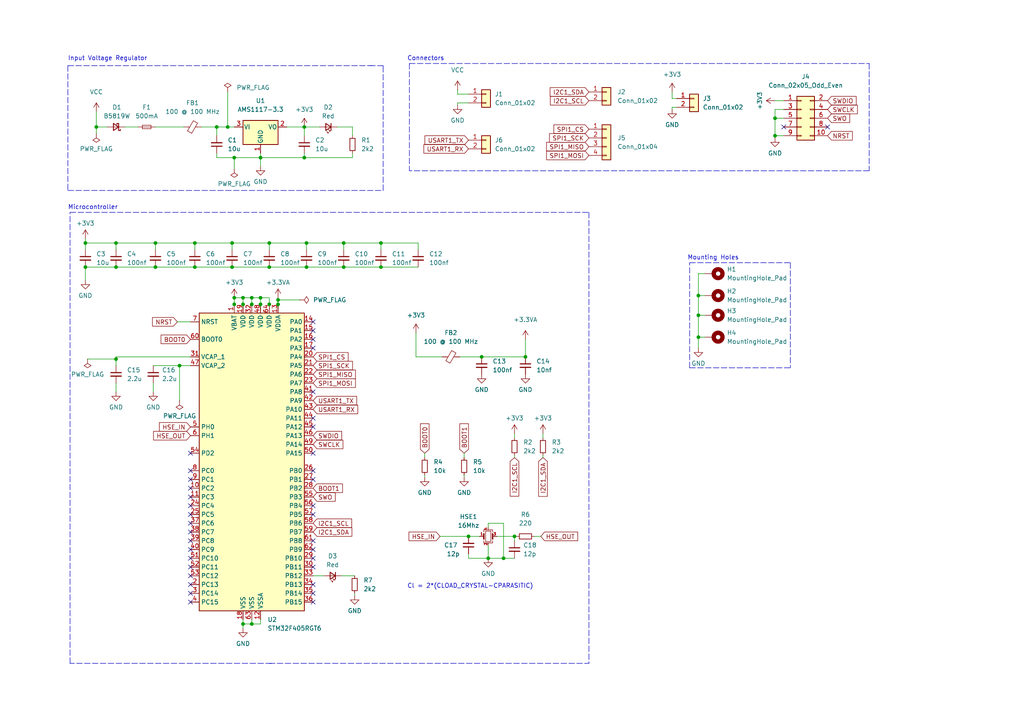
<source format=kicad_sch>
(kicad_sch (version 20211123) (generator eeschema)
  (paper "A4")
  (lib_symbols
    (symbol "Connector_Generic:Conn_01x02" (pin_names (offset 1.016) hide)
      (property "Reference" "J" (at 0 2.54 0))
      (property "Value" "Conn_01x02" (at 0 -5.08 0))
      (symbol "Conn_01x02_1_1"
        (rectangle (start -1.27 -2.413) (end 0 -2.667) (stroke (width 0.1524)))
        (rectangle (start -1.27 0.127) (end 0 -0.127) (stroke (width 0.1524)))
        (rectangle (start -1.27 1.27) (end 1.27 -3.81) (stroke (width 0.254)) (fill (type background)))
        (pin passive line (at -5.08 0 0) (length 3.81) (name "Pin_1") (number "1"))
        (pin passive line (at -5.08 -2.54 0) (length 3.81) (name "Pin_2") (number "2"))
      )
    )
    (symbol "Connector_Generic:Conn_01x04" (pin_names (offset 1.016) hide)
      (property "Reference" "J" (at 0 5.08 0))
      (property "Value" "Conn_01x04" (at 0 -7.62 0))
      (symbol "Conn_01x04_1_1"
        (rectangle (start -1.27 -4.953) (end 0 -5.207) (stroke (width 0.1524)))
        (rectangle (start -1.27 -2.413) (end 0 -2.667) (stroke (width 0.1524)))
        (rectangle (start -1.27 0.127) (end 0 -0.127) (stroke (width 0.1524)))
        (rectangle (start -1.27 2.667) (end 0 2.413) (stroke (width 0.1524)))
        (rectangle (start -1.27 3.81) (end 1.27 -6.35) (stroke (width 0.254)) (fill (type background)))
        (pin passive line (at -5.08 2.54 0) (length 3.81) (name "Pin_1") (number "1"))
        (pin passive line (at -5.08 0 0) (length 3.81) (name "Pin_2") (number "2"))
        (pin passive line (at -5.08 -2.54 0) (length 3.81) (name "Pin_3") (number "3"))
        (pin passive line (at -5.08 -5.08 0) (length 3.81) (name "Pin_4") (number "4"))
      )
    )
    (symbol "Connector_Generic:Conn_02x05_Odd_Even" (pin_names (offset 1.016) hide)
      (property "Reference" "J" (at 1.27 7.62 0))
      (property "Value" "Conn_02x05_Odd_Even" (at 1.27 -7.62 0))
      (symbol "Conn_02x05_Odd_Even_1_1"
        (rectangle (start -1.27 -4.953) (end 0 -5.207) (stroke (width 0.1524)))
        (rectangle (start -1.27 -2.413) (end 0 -2.667) (stroke (width 0.1524)))
        (rectangle (start -1.27 0.127) (end 0 -0.127) (stroke (width 0.1524)))
        (rectangle (start -1.27 2.667) (end 0 2.413) (stroke (width 0.1524)))
        (rectangle (start -1.27 5.207) (end 0 4.953) (stroke (width 0.1524)))
        (rectangle (start -1.27 6.35) (end 3.81 -6.35) (stroke (width 0.254)) (fill (type background)))
        (rectangle (start 3.81 -4.953) (end 2.54 -5.207) (stroke (width 0.1524)))
        (rectangle (start 3.81 -2.413) (end 2.54 -2.667) (stroke (width 0.1524)))
        (rectangle (start 3.81 0.127) (end 2.54 -0.127) (stroke (width 0.1524)))
        (rectangle (start 3.81 2.667) (end 2.54 2.413) (stroke (width 0.1524)))
        (rectangle (start 3.81 5.207) (end 2.54 4.953) (stroke (width 0.1524)))
        (pin passive line (at -5.08 5.08 0) (length 3.81) (name "Pin_1") (number "1"))
        (pin passive line (at 7.62 -5.08 180) (length 3.81) (name "Pin_10") (number "10"))
        (pin passive line (at 7.62 5.08 180) (length 3.81) (name "Pin_2") (number "2"))
        (pin passive line (at -5.08 2.54 0) (length 3.81) (name "Pin_3") (number "3"))
        (pin passive line (at 7.62 2.54 180) (length 3.81) (name "Pin_4") (number "4"))
        (pin passive line (at -5.08 0 0) (length 3.81) (name "Pin_5") (number "5"))
        (pin passive line (at 7.62 0 180) (length 3.81) (name "Pin_6") (number "6"))
        (pin passive line (at -5.08 -2.54 0) (length 3.81) (name "Pin_7") (number "7"))
        (pin passive line (at 7.62 -2.54 180) (length 3.81) (name "Pin_8") (number "8"))
        (pin passive line (at -5.08 -5.08 0) (length 3.81) (name "Pin_9") (number "9"))
      )
    )
    (symbol "Device:C_Small" (pin_numbers hide) (pin_names (offset 0.254) hide)
      (property "Reference" "C" (at 0.254 1.778 0))
      (property "Value" "C_Small" (at 0.254 -2.032 0))
      (symbol "C_Small_0_1"
        (polyline (pts (xy -1.524 -0.508) (xy 1.524 -0.508)) (stroke (width 0.3302)))
        (polyline (pts (xy -1.524 0.508) (xy 1.524 0.508)) (stroke (width 0.3048)))
      )
      (symbol "C_Small_1_1"
        (pin passive line (at 0 2.54 270) (length 2.032) (name "~") (number "1"))
        (pin passive line (at 0 -2.54 90) (length 2.032) (name "~") (number "2"))
      )
    )
    (symbol "Device:Crystal_GND24_Small" (pin_names (offset 1.016) hide)
      (property "Reference" "Y" (at 1.27 4.445 0))
      (property "Value" "Crystal_GND24_Small" (at 1.27 2.54 0))
      (symbol "Crystal_GND24_Small_0_1"
        (rectangle (start -0.762 -1.524) (end 0.762 1.524))
        (polyline (pts (xy -1.27 -0.762) (xy -1.27 0.762)) (stroke (width 0.381)))
        (polyline (pts (xy 1.27 -0.762) (xy 1.27 0.762)) (stroke (width 0.381)))
        (polyline (pts (xy -1.27 -1.27) (xy -1.27 -1.905) (xy 1.27 -1.905) (xy 1.27 -1.27)))
        (polyline (pts (xy -1.27 1.27) (xy -1.27 1.905) (xy 1.27 1.905) (xy 1.27 1.27)))
      )
      (symbol "Crystal_GND24_Small_1_1"
        (pin passive line (at -2.54 0 0) (length 1.27) (name "1") (number "1"))
        (pin passive line (at 0 -2.54 90) (length 0.635) (name "2") (number "2"))
        (pin passive line (at 2.54 0 180) (length 1.27) (name "3") (number "3"))
        (pin passive line (at 0 2.54 270) (length 0.635) (name "4") (number "4"))
      )
    )
    (symbol "Device:D_Schottky_Small" (pin_numbers hide) (pin_names (offset 0.254) hide)
      (property "Reference" "D" (at -1.27 2.032 0))
      (property "Value" "D_Schottky_Small" (at -7.112 -2.032 0))
      (symbol "D_Schottky_Small_0_1"
        (polyline (pts (xy -0.762 0) (xy 0.762 0)))
        (polyline (pts (xy 0.762 -1.016) (xy -0.762 0) (xy 0.762 1.016) (xy 0.762 -1.016)) (stroke (width 0.254)))
        (polyline (pts (xy -1.27 0.762) (xy -1.27 1.016) (xy -0.762 1.016) (xy -0.762 -1.016) (xy -0.254 -1.016) (xy -0.254 -0.762)) (stroke (width 0.254)))
      )
      (symbol "D_Schottky_Small_1_1"
        (pin passive line (at -2.54 0 0) (length 1.778) (name "K") (number "1"))
        (pin passive line (at 2.54 0 180) (length 1.778) (name "A") (number "2"))
      )
    )
    (symbol "Device:FerriteBead_Small" (pin_numbers hide) (pin_names (offset 0))
      (property "Reference" "FB" (at 1.905 1.27 0))
      (property "Value" "FerriteBead_Small" (at 1.905 -1.27 0))
      (symbol "FerriteBead_Small_0_1"
        (polyline (pts (xy 0 -1.27) (xy 0 -0.7874)))
        (polyline (pts (xy 0 0.889) (xy 0 1.2954)))
        (polyline (pts (xy -1.8288 0.2794) (xy -1.1176 1.4986) (xy 1.8288 -0.2032) (xy 1.1176 -1.4224) (xy -1.8288 0.2794)))
      )
      (symbol "FerriteBead_Small_1_1"
        (pin passive line (at 0 2.54 270) (length 1.27) (name "~") (number "1"))
        (pin passive line (at 0 -2.54 90) (length 1.27) (name "~") (number "2"))
      )
    )
    (symbol "Device:Fuse_Small" (pin_numbers hide) (pin_names (offset 0.254) hide)
      (property "Reference" "F" (at 0 -1.524 0))
      (property "Value" "Fuse_Small" (at 0 1.524 0))
      (symbol "Fuse_Small_0_1"
        (rectangle (start -1.27 0.508) (end 1.27 -0.508))
        (polyline (pts (xy -1.27 0) (xy 1.27 0)))
      )
      (symbol "Fuse_Small_1_1"
        (pin passive line (at -2.54 0 0) (length 1.27) (name "~") (number "1"))
        (pin passive line (at 2.54 0 180) (length 1.27) (name "~") (number "2"))
      )
    )
    (symbol "Device:LED_Small" (pin_numbers hide) (pin_names (offset 0.254) hide)
      (property "Reference" "D" (at -1.27 3.175 0))
      (property "Value" "LED_Small" (at -4.445 -2.54 0))
      (symbol "LED_Small_0_1"
        (polyline (pts (xy -0.762 -1.016) (xy -0.762 1.016)) (stroke (width 0.254)))
        (polyline (pts (xy 1.016 0) (xy -0.762 0)))
        (polyline (pts (xy 0.762 -1.016) (xy -0.762 0) (xy 0.762 1.016) (xy 0.762 -1.016)) (stroke (width 0.254)))
        (polyline (pts (xy 0 0.762) (xy -0.508 1.27) (xy -0.254 1.27) (xy -0.508 1.27) (xy -0.508 1.016)))
        (polyline (pts (xy 0.508 1.27) (xy 0 1.778) (xy 0.254 1.778) (xy 0 1.778) (xy 0 1.524)))
      )
      (symbol "LED_Small_1_1"
        (pin passive line (at -2.54 0 0) (length 1.778) (name "K") (number "1"))
        (pin passive line (at 2.54 0 180) (length 1.778) (name "A") (number "2"))
      )
    )
    (symbol "Device:R_Small" (pin_numbers hide) (pin_names (offset 0.254) hide)
      (property "Reference" "R" (at 0.762 0.508 0))
      (property "Value" "R_Small" (at 0.762 -1.016 0))
      (symbol "R_Small_0_1"
        (rectangle (start -0.762 1.778) (end 0.762 -1.778) (stroke (width 0.2032)))
      )
      (symbol "R_Small_1_1"
        (pin passive line (at 0 2.54 270) (length 0.762) (name "~") (number "1"))
        (pin passive line (at 0 -2.54 90) (length 0.762) (name "~") (number "2"))
      )
    )
    (symbol "MCU_ST_STM32F4:STM32F405RGTx"
      (property "Reference" "U" (at -15.24 44.45 0))
      (property "Value" "STM32F405RGTx" (at 10.16 44.45 0))
      (symbol "STM32F405RGTx_0_1"
        (rectangle (start -15.24 -43.18) (end 15.24 43.18) (stroke (width 0.254)) (fill (type background)))
      )
      (symbol "STM32F405RGTx_1_1"
        (pin power_in line (at -5.08 45.72 270) (length 2.54) (name "VBAT") (number "1"))
        (pin bidirectional line (at -17.78 -7.62 0) (length 2.54) (name "PC2") (number "10"))
        (pin bidirectional line (at -17.78 -10.16 0) (length 2.54) (name "PC3") (number "11"))
        (pin power_in line (at 2.54 -45.72 90) (length 2.54) (name "VSSA") (number "12"))
        (pin power_in line (at 7.62 45.72 270) (length 2.54) (name "VDDA") (number "13"))
        (pin bidirectional line (at 17.78 40.64 180) (length 2.54) (name "PA0") (number "14"))
        (pin bidirectional line (at 17.78 38.1 180) (length 2.54) (name "PA1") (number "15"))
        (pin bidirectional line (at 17.78 35.56 180) (length 2.54) (name "PA2") (number "16"))
        (pin bidirectional line (at 17.78 33.02 180) (length 2.54) (name "PA3") (number "17"))
        (pin power_in line (at -2.54 -45.72 90) (length 2.54) (name "VSS") (number "18"))
        (pin power_in line (at -2.54 45.72 270) (length 2.54) (name "VDD") (number "19"))
        (pin bidirectional line (at -17.78 -35.56 0) (length 2.54) (name "PC13") (number "2"))
        (pin bidirectional line (at 17.78 30.48 180) (length 2.54) (name "PA4") (number "20"))
        (pin bidirectional line (at 17.78 27.94 180) (length 2.54) (name "PA5") (number "21"))
        (pin bidirectional line (at 17.78 25.4 180) (length 2.54) (name "PA6") (number "22"))
        (pin bidirectional line (at 17.78 22.86 180) (length 2.54) (name "PA7") (number "23"))
        (pin bidirectional line (at -17.78 -12.7 0) (length 2.54) (name "PC4") (number "24"))
        (pin bidirectional line (at -17.78 -15.24 0) (length 2.54) (name "PC5") (number "25"))
        (pin bidirectional line (at 17.78 -2.54 180) (length 2.54) (name "PB0") (number "26"))
        (pin bidirectional line (at 17.78 -5.08 180) (length 2.54) (name "PB1") (number "27"))
        (pin bidirectional line (at 17.78 -7.62 180) (length 2.54) (name "PB2") (number "28"))
        (pin bidirectional line (at 17.78 -27.94 180) (length 2.54) (name "PB10") (number "29"))
        (pin bidirectional line (at -17.78 -38.1 0) (length 2.54) (name "PC14") (number "3"))
        (pin bidirectional line (at 17.78 -30.48 180) (length 2.54) (name "PB11") (number "30"))
        (pin power_in line (at -17.78 30.48 0) (length 2.54) (name "VCAP_1") (number "31"))
        (pin power_in line (at 0 45.72 270) (length 2.54) (name "VDD") (number "32"))
        (pin bidirectional line (at 17.78 -33.02 180) (length 2.54) (name "PB12") (number "33"))
        (pin bidirectional line (at 17.78 -35.56 180) (length 2.54) (name "PB13") (number "34"))
        (pin bidirectional line (at 17.78 -38.1 180) (length 2.54) (name "PB14") (number "35"))
        (pin bidirectional line (at 17.78 -40.64 180) (length 2.54) (name "PB15") (number "36"))
        (pin bidirectional line (at -17.78 -17.78 0) (length 2.54) (name "PC6") (number "37"))
        (pin bidirectional line (at -17.78 -20.32 0) (length 2.54) (name "PC7") (number "38"))
        (pin bidirectional line (at -17.78 -22.86 0) (length 2.54) (name "PC8") (number "39"))
        (pin bidirectional line (at -17.78 -40.64 0) (length 2.54) (name "PC15") (number "4"))
        (pin bidirectional line (at -17.78 -25.4 0) (length 2.54) (name "PC9") (number "40"))
        (pin bidirectional line (at 17.78 20.32 180) (length 2.54) (name "PA8") (number "41"))
        (pin bidirectional line (at 17.78 17.78 180) (length 2.54) (name "PA9") (number "42"))
        (pin bidirectional line (at 17.78 15.24 180) (length 2.54) (name "PA10") (number "43"))
        (pin bidirectional line (at 17.78 12.7 180) (length 2.54) (name "PA11") (number "44"))
        (pin bidirectional line (at 17.78 10.16 180) (length 2.54) (name "PA12") (number "45"))
        (pin bidirectional line (at 17.78 7.62 180) (length 2.54) (name "PA13") (number "46"))
        (pin power_in line (at -17.78 27.94 0) (length 2.54) (name "VCAP_2") (number "47"))
        (pin power_in line (at 2.54 45.72 270) (length 2.54) (name "VDD") (number "48"))
        (pin bidirectional line (at 17.78 5.08 180) (length 2.54) (name "PA14") (number "49"))
        (pin input line (at -17.78 10.16 0) (length 2.54) (name "PH0") (number "5"))
        (pin bidirectional line (at 17.78 2.54 180) (length 2.54) (name "PA15") (number "50"))
        (pin bidirectional line (at -17.78 -27.94 0) (length 2.54) (name "PC10") (number "51"))
        (pin bidirectional line (at -17.78 -30.48 0) (length 2.54) (name "PC11") (number "52"))
        (pin bidirectional line (at -17.78 -33.02 0) (length 2.54) (name "PC12") (number "53"))
        (pin bidirectional line (at -17.78 2.54 0) (length 2.54) (name "PD2") (number "54"))
        (pin bidirectional line (at 17.78 -10.16 180) (length 2.54) (name "PB3") (number "55"))
        (pin bidirectional line (at 17.78 -12.7 180) (length 2.54) (name "PB4") (number "56"))
        (pin bidirectional line (at 17.78 -15.24 180) (length 2.54) (name "PB5") (number "57"))
        (pin bidirectional line (at 17.78 -17.78 180) (length 2.54) (name "PB6") (number "58"))
        (pin bidirectional line (at 17.78 -20.32 180) (length 2.54) (name "PB7") (number "59"))
        (pin input line (at -17.78 7.62 0) (length 2.54) (name "PH1") (number "6"))
        (pin input line (at -17.78 35.56 0) (length 2.54) (name "BOOT0") (number "60"))
        (pin bidirectional line (at 17.78 -22.86 180) (length 2.54) (name "PB8") (number "61"))
        (pin bidirectional line (at 17.78 -25.4 180) (length 2.54) (name "PB9") (number "62"))
        (pin power_in line (at 0 -45.72 90) (length 2.54) (name "VSS") (number "63"))
        (pin power_in line (at 5.08 45.72 270) (length 2.54) (name "VDD") (number "64"))
        (pin input line (at -17.78 40.64 0) (length 2.54) (name "NRST") (number "7"))
        (pin bidirectional line (at -17.78 -2.54 0) (length 2.54) (name "PC0") (number "8"))
        (pin bidirectional line (at -17.78 -5.08 0) (length 2.54) (name "PC1") (number "9"))
      )
    )
    (symbol "Mechanical:MountingHole_Pad" (pin_numbers hide) (pin_names (offset 1.016) hide)
      (property "Reference" "H" (at 0 6.35 0))
      (property "Value" "MountingHole_Pad" (at 0 4.445 0))
      (symbol "MountingHole_Pad_0_1"
        (circle (center 0 1.27) (radius 1.27) (stroke (width 1.27)))
      )
      (symbol "MountingHole_Pad_1_1"
        (pin input line (at 0 -2.54 90) (length 2.54) (name "1") (number "1"))
      )
    )
    (symbol "Regulator_Linear:AMS1117-3.3" (pin_names (offset 0.254))
      (property "Reference" "U" (at -3.81 3.175 0))
      (property "Value" "AMS1117-3.3" (at 0 3.175 0))
      (symbol "AMS1117-3.3_0_1"
        (rectangle (start -5.08 -5.08) (end 5.08 1.905) (stroke (width 0.254)) (fill (type background)))
      )
      (symbol "AMS1117-3.3_1_1"
        (pin power_in line (at 0 -7.62 90) (length 2.54) (name "GND") (number "1"))
        (pin power_out line (at 7.62 0 180) (length 2.54) (name "VO") (number "2"))
        (pin power_in line (at -7.62 0 0) (length 2.54) (name "VI") (number "3"))
      )
    )
    (symbol "power:+3.3VA" (power) (pin_names (offset 0))
      (property "Value" "+3.3VA" (at 0 3.556 0))
      (symbol "+3.3VA_0_1"
        (polyline (pts (xy -0.762 1.27) (xy 0 2.54)))
        (polyline (pts (xy 0 0) (xy 0 2.54)))
        (polyline (pts (xy 0 2.54) (xy 0.762 1.27)))
      )
      (symbol "+3.3VA_1_1"
        (pin power_in line (at 0 0 90) (length 0) hide (name "+3.3VA") (number "1"))
      )
    )
    (symbol "power:+3V3" (power) (pin_names (offset 0))
      (property "Value" "+3V3" (at 0 3.556 0))
      (symbol "+3V3_0_1"
        (polyline (pts (xy -0.762 1.27) (xy 0 2.54)))
        (polyline (pts (xy 0 0) (xy 0 2.54)))
        (polyline (pts (xy 0 2.54) (xy 0.762 1.27)))
      )
      (symbol "+3V3_1_1"
        (pin power_in line (at 0 0 90) (length 0) hide (name "+3V3") (number "1"))
      )
    )
    (symbol "power:GND" (power) (pin_names (offset 0))
      (property "Value" "GND" (at 0 -3.81 0))
      (symbol "GND_0_1"
        (polyline (pts (xy 0 0) (xy 0 -1.27) (xy 1.27 -1.27) (xy 0 -2.54) (xy -1.27 -1.27) (xy 0 -1.27)))
      )
      (symbol "GND_1_1"
        (pin power_in line (at 0 0 270) (length 0) hide (name "GND") (number "1"))
      )
    )
    (symbol "power:PWR_FLAG" (power) (pin_numbers hide) (pin_names (offset 0) hide)
      (property "Value" "PWR_FLAG" (at 0 3.81 0))
      (symbol "PWR_FLAG_0_0"
        (pin power_out line (at 0 0 90) (length 0) (name "pwr") (number "1"))
      )
      (symbol "PWR_FLAG_0_1"
        (polyline (pts (xy 0 0) (xy 0 1.27) (xy -1.016 1.905) (xy 0 2.54) (xy 1.016 1.905) (xy 0 1.27)))
      )
    )
    (symbol "power:VCC" (power) (pin_names (offset 0))
      (property "Value" "VCC" (at 0 3.81 0))
      (symbol "VCC_0_1"
        (polyline (pts (xy -0.762 1.27) (xy 0 2.54)))
        (polyline (pts (xy 0 0) (xy 0 2.54)))
        (polyline (pts (xy 0 2.54) (xy 0.762 1.27)))
      )
      (symbol "VCC_1_1"
        (pin power_in line (at 0 0 90) (length 0) hide (name "VCC") (number "1"))
      )
    )
  )
  (junction (at 75.565 88.265))
  (junction (at 27.94 36.83))
  (junction (at 202.565 85.725))
  (junction (at 99.695 70.485))
  (junction (at 67.945 88.265))
  (junction (at 146.05 161.925))
  (junction (at 224.79 34.29))
  (junction (at 67.31 70.485))
  (junction (at 56.515 70.485))
  (junction (at 56.515 77.47))
  (junction (at 70.485 180.975))
  (junction (at 66.04 36.83))
  (junction (at 73.025 180.975))
  (junction (at 139.7 103.505))
  (junction (at 73.025 86.36))
  (junction (at 88.9 77.47))
  (junction (at 45.085 77.47))
  (junction (at 152.4 103.505))
  (junction (at 149.225 155.575))
  (junction (at 45.085 70.485))
  (junction (at 80.645 86.995))
  (junction (at 70.485 88.265))
  (junction (at 110.49 70.485))
  (junction (at 52.07 106.045))
  (junction (at 75.565 86.36))
  (junction (at 78.105 77.47))
  (junction (at 24.765 70.485))
  (junction (at 135.89 155.575))
  (junction (at 33.655 70.485))
  (junction (at 33.655 77.47))
  (junction (at 67.945 45.72))
  (junction (at 33.655 104.14))
  (junction (at 67.31 77.47))
  (junction (at 80.645 88.265))
  (junction (at 73.025 88.265))
  (junction (at 24.765 77.47))
  (junction (at 99.695 77.47))
  (junction (at 88.265 45.72))
  (junction (at 78.105 70.485))
  (junction (at 70.485 86.36))
  (junction (at 202.565 91.44))
  (junction (at 67.945 86.36))
  (junction (at 78.105 88.265))
  (junction (at 141.605 161.925))
  (junction (at 75.565 45.72))
  (junction (at 88.9 70.485))
  (junction (at 110.49 77.47))
  (junction (at 224.79 39.37))
  (junction (at 202.565 97.79))
  (junction (at 88.265 36.83))
  (junction (at 62.865 36.83))
  (no_connect (at 55.245 144.145))
  (no_connect (at 55.245 139.065))
  (no_connect (at 55.245 136.525))
  (no_connect (at 55.245 141.605))
  (no_connect (at 55.245 131.445))
  (no_connect (at 55.245 161.925))
  (no_connect (at 55.245 167.005))
  (no_connect (at 55.245 169.545))
  (no_connect (at 55.245 172.085))
  (no_connect (at 55.245 164.465))
  (no_connect (at 55.245 151.765))
  (no_connect (at 55.245 154.305))
  (no_connect (at 55.245 149.225))
  (no_connect (at 55.245 156.845))
  (no_connect (at 55.245 159.385))
  (no_connect (at 55.245 174.625))
  (no_connect (at 55.245 146.685))
  (no_connect (at 90.805 100.965))
  (no_connect (at 90.805 95.885))
  (no_connect (at 90.805 98.425))
  (no_connect (at 90.805 113.665))
  (no_connect (at 90.805 121.285))
  (no_connect (at 90.805 93.345))
  (no_connect (at 90.805 131.445))
  (no_connect (at 90.805 136.525))
  (no_connect (at 90.805 123.825))
  (no_connect (at 90.805 156.845))
  (no_connect (at 90.805 159.385))
  (no_connect (at 90.805 139.065))
  (no_connect (at 90.805 146.685))
  (no_connect (at 90.805 149.225))
  (no_connect (at 90.805 172.085))
  (no_connect (at 90.805 164.465))
  (no_connect (at 90.805 169.545))
  (no_connect (at 90.805 161.925))
  (no_connect (at 90.805 174.625))
  (no_connect (at 240.03 36.83))
  (no_connect (at 227.33 36.83))
  (wire (pts (xy 141.605 158.115) (xy 141.605 161.925)))
  (wire (pts (xy 70.485 86.36) (xy 70.485 88.265)))
  (polyline (pts (xy 111.125 55.245) (xy 111.125 19.685)))
  (polyline (pts (xy 170.815 61.595) (xy 170.815 192.405)))
  (wire (pts (xy 196.215 28.575) (xy 194.945 28.575)))
  (wire (pts (xy 88.9 77.47) (xy 99.695 77.47)))
  (wire (pts (xy 67.31 77.47) (xy 78.105 77.47)))
  (wire (pts (xy 52.07 106.045) (xy 52.07 116.205)))
  (polyline (pts (xy 252.095 49.53) (xy 118.745 49.53)))
  (wire (pts (xy 78.105 86.36) (xy 78.105 88.265)))
  (wire (pts (xy 73.025 88.265) (xy 73.025 89.535)))
  (wire (pts (xy 102.235 45.72) (xy 102.235 44.45)))
  (wire (pts (xy 80.645 88.265) (xy 80.645 89.535)))
  (wire (pts (xy 88.265 44.45) (xy 88.265 45.72)))
  (wire (pts (xy 56.515 77.47) (xy 67.31 77.47)))
  (polyline (pts (xy 111.125 19.685) (xy 111.125 19.05)))
  (wire (pts (xy 224.79 39.37) (xy 227.33 39.37)))
  (wire (pts (xy 224.79 31.75) (xy 224.79 34.29)))
  (wire (pts (xy 88.9 70.485) (xy 88.9 72.39)))
  (wire (pts (xy 66.04 26.67) (xy 66.04 36.83)))
  (wire (pts (xy 56.515 70.485) (xy 56.515 72.39)))
  (polyline (pts (xy 229.235 76.2) (xy 229.235 106.68)))
  (wire (pts (xy 224.79 39.37) (xy 224.79 40.005)))
  (wire (pts (xy 224.79 29.21) (xy 227.33 29.21)))
  (wire (pts (xy 123.19 137.795) (xy 123.19 138.43)))
  (wire (pts (xy 66.04 36.83) (xy 67.945 36.83)))
  (wire (pts (xy 224.79 34.29) (xy 224.79 39.37)))
  (polyline (pts (xy 20.32 61.595) (xy 170.815 61.595)))
  (wire (pts (xy 24.765 70.485) (xy 33.655 70.485)))
  (wire (pts (xy 24.765 77.47) (xy 33.655 77.47)))
  (wire (pts (xy 157.48 132.08) (xy 157.48 132.715)))
  (polyline (pts (xy 78.74 192.405) (xy 20.32 192.405)))
  (wire (pts (xy 135.89 160.655) (xy 135.89 161.925)))
  (wire (pts (xy 75.565 86.36) (xy 78.105 86.36)))
  (wire (pts (xy 135.89 29.845) (xy 132.715 29.845)))
  (polyline (pts (xy 200.025 76.2) (xy 229.235 76.2)))
  (wire (pts (xy 45.085 70.485) (xy 45.085 72.39)))
  (wire (pts (xy 80.645 86.995) (xy 86.995 86.995)))
  (wire (pts (xy 78.105 70.485) (xy 88.9 70.485)))
  (wire (pts (xy 196.215 31.115) (xy 194.945 31.115)))
  (wire (pts (xy 146.05 161.925) (xy 149.225 161.925)))
  (polyline (pts (xy 78.105 192.405) (xy 170.815 192.405)))
  (wire (pts (xy 139.7 103.505) (xy 152.4 103.505)))
  (wire (pts (xy 25.4 104.14) (xy 33.655 104.14)))
  (wire (pts (xy 80.645 86.995) (xy 80.645 88.265)))
  (wire (pts (xy 67.945 45.72) (xy 75.565 45.72)))
  (wire (pts (xy 141.605 161.925) (xy 146.05 161.925)))
  (wire (pts (xy 27.94 36.83) (xy 27.94 32.385)))
  (wire (pts (xy 67.31 70.485) (xy 67.31 72.39)))
  (wire (pts (xy 97.79 36.83) (xy 102.235 36.83)))
  (wire (pts (xy 102.87 172.085) (xy 102.87 172.72)))
  (wire (pts (xy 121.285 70.485) (xy 121.285 72.39)))
  (wire (pts (xy 24.765 77.47) (xy 24.765 81.28)))
  (wire (pts (xy 144.145 155.575) (xy 149.225 155.575)))
  (wire (pts (xy 67.945 86.36) (xy 67.945 88.265)))
  (wire (pts (xy 33.655 103.505) (xy 55.245 103.505)))
  (wire (pts (xy 133.35 103.505) (xy 139.7 103.505)))
  (polyline (pts (xy 200.025 106.68) (xy 229.235 106.68)))
  (wire (pts (xy 149.225 125.73) (xy 149.225 127)))
  (wire (pts (xy 204.47 97.79) (xy 202.565 97.79)))
  (wire (pts (xy 73.025 86.36) (xy 75.565 86.36)))
  (polyline (pts (xy 118.745 18.415) (xy 252.095 18.415)))
  (wire (pts (xy 99.06 167.005) (xy 102.87 167.005)))
  (wire (pts (xy 224.79 34.29) (xy 227.33 34.29)))
  (wire (pts (xy 127.635 155.575) (xy 135.89 155.575)))
  (wire (pts (xy 134.62 131.445) (xy 134.62 132.715)))
  (wire (pts (xy 56.515 70.485) (xy 67.31 70.485)))
  (wire (pts (xy 67.945 86.36) (xy 70.485 86.36)))
  (wire (pts (xy 73.025 180.975) (xy 73.025 179.705)))
  (wire (pts (xy 27.94 36.83) (xy 31.115 36.83)))
  (wire (pts (xy 194.945 31.115) (xy 194.945 31.75)))
  (wire (pts (xy 110.49 70.485) (xy 121.285 70.485)))
  (wire (pts (xy 33.655 111.125) (xy 33.655 113.665)))
  (wire (pts (xy 33.655 77.47) (xy 45.085 77.47)))
  (wire (pts (xy 99.695 77.47) (xy 110.49 77.47)))
  (wire (pts (xy 88.265 45.72) (xy 75.565 45.72)))
  (wire (pts (xy 33.655 70.485) (xy 45.085 70.485)))
  (polyline (pts (xy 200.025 106.68) (xy 200.025 76.2)))
  (wire (pts (xy 62.865 45.72) (xy 67.945 45.72)))
  (wire (pts (xy 128.27 103.505) (xy 120.65 103.505)))
  (wire (pts (xy 102.235 36.83) (xy 102.235 39.37)))
  (wire (pts (xy 70.485 86.36) (xy 73.025 86.36)))
  (wire (pts (xy 70.485 180.975) (xy 70.485 179.705)))
  (wire (pts (xy 194.945 28.575) (xy 194.945 26.67)))
  (wire (pts (xy 67.31 70.485) (xy 78.105 70.485)))
  (wire (pts (xy 73.025 180.975) (xy 75.565 180.975)))
  (wire (pts (xy 36.195 36.83) (xy 40.005 36.83)))
  (wire (pts (xy 33.655 104.14) (xy 33.655 106.045)))
  (wire (pts (xy 52.07 106.045) (xy 55.245 106.045)))
  (wire (pts (xy 120.65 103.505) (xy 120.65 96.52)))
  (wire (pts (xy 62.865 45.72) (xy 62.865 44.45)))
  (wire (pts (xy 45.085 77.47) (xy 56.515 77.47)))
  (wire (pts (xy 99.695 70.485) (xy 99.695 72.39)))
  (wire (pts (xy 44.45 111.125) (xy 44.45 113.665)))
  (wire (pts (xy 62.865 36.83) (xy 62.865 39.37)))
  (polyline (pts (xy 252.095 18.415) (xy 252.095 49.53)))
  (wire (pts (xy 58.42 36.83) (xy 62.865 36.83)))
  (wire (pts (xy 73.025 86.36) (xy 73.025 88.265)))
  (wire (pts (xy 141.605 151.765) (xy 146.05 151.765)))
  (wire (pts (xy 67.945 88.265) (xy 67.945 89.535)))
  (wire (pts (xy 202.565 91.44) (xy 202.565 97.79)))
  (wire (pts (xy 88.265 36.83) (xy 92.71 36.83)))
  (wire (pts (xy 27.94 38.735) (xy 27.94 36.83)))
  (wire (pts (xy 149.225 155.575) (xy 149.225 156.845)))
  (wire (pts (xy 132.715 29.845) (xy 132.715 30.48)))
  (wire (pts (xy 75.565 45.72) (xy 75.565 48.26)))
  (wire (pts (xy 152.4 98.425) (xy 152.4 103.505)))
  (wire (pts (xy 80.645 86.36) (xy 80.645 86.995)))
  (wire (pts (xy 154.94 155.575) (xy 156.845 155.575)))
  (wire (pts (xy 24.765 70.485) (xy 24.765 72.39)))
  (polyline (pts (xy 19.685 19.05) (xy 19.685 55.245)))
  (polyline (pts (xy 111.125 19.05) (xy 107.315 19.05)))
  (wire (pts (xy 202.565 97.79) (xy 202.565 100.965)))
  (polyline (pts (xy 19.685 19.05) (xy 107.95 19.05)))
  (wire (pts (xy 202.565 85.725) (xy 202.565 91.44)))
  (wire (pts (xy 33.655 70.485) (xy 33.655 72.39)))
  (wire (pts (xy 67.945 45.72) (xy 67.945 48.895)))
  (wire (pts (xy 88.9 70.485) (xy 99.695 70.485)))
  (wire (pts (xy 62.865 36.83) (xy 66.04 36.83)))
  (wire (pts (xy 78.105 88.265) (xy 78.105 89.535)))
  (wire (pts (xy 75.565 88.265) (xy 75.565 89.535)))
  (wire (pts (xy 70.485 88.265) (xy 70.485 89.535)))
  (wire (pts (xy 83.185 36.83) (xy 88.265 36.83)))
  (wire (pts (xy 24.765 69.215) (xy 24.765 70.485)))
  (wire (pts (xy 75.565 179.705) (xy 75.565 180.975)))
  (wire (pts (xy 149.225 155.575) (xy 149.86 155.575)))
  (wire (pts (xy 204.47 85.725) (xy 202.565 85.725)))
  (wire (pts (xy 123.19 131.445) (xy 123.19 132.715)))
  (wire (pts (xy 78.105 77.47) (xy 88.9 77.47)))
  (wire (pts (xy 75.565 86.36) (xy 75.565 88.265)))
  (wire (pts (xy 78.105 70.485) (xy 78.105 72.39)))
  (wire (pts (xy 110.49 70.485) (xy 110.49 72.39)))
  (wire (pts (xy 44.45 106.045) (xy 52.07 106.045)))
  (wire (pts (xy 227.33 31.75) (xy 224.79 31.75)))
  (wire (pts (xy 90.805 167.005) (xy 93.98 167.005)))
  (wire (pts (xy 132.715 27.305) (xy 132.715 26.035)))
  (wire (pts (xy 45.085 36.83) (xy 53.34 36.83)))
  (wire (pts (xy 51.435 93.345) (xy 55.245 93.345)))
  (wire (pts (xy 88.265 45.72) (xy 102.235 45.72)))
  (polyline (pts (xy 19.685 55.245) (xy 111.125 55.245)))
  (wire (pts (xy 33.655 103.505) (xy 33.655 104.14)))
  (wire (pts (xy 45.085 70.485) (xy 56.515 70.485)))
  (wire (pts (xy 204.47 91.44) (xy 202.565 91.44)))
  (wire (pts (xy 202.565 79.375) (xy 202.565 85.725)))
  (polyline (pts (xy 118.745 18.415) (xy 118.745 49.53)))
  (wire (pts (xy 141.605 151.765) (xy 141.605 153.035)))
  (wire (pts (xy 149.225 132.08) (xy 149.225 132.715)))
  (wire (pts (xy 146.05 151.765) (xy 146.05 161.925)))
  (wire (pts (xy 75.565 44.45) (xy 75.565 45.72)))
  (wire (pts (xy 70.485 180.975) (xy 73.025 180.975)))
  (wire (pts (xy 135.89 155.575) (xy 139.065 155.575)))
  (polyline (pts (xy 20.32 192.405) (xy 20.32 61.595)))
  (wire (pts (xy 88.265 36.83) (xy 88.265 39.37)))
  (wire (pts (xy 202.565 79.375) (xy 204.47 79.375)))
  (wire (pts (xy 134.62 137.795) (xy 134.62 138.43)))
  (wire (pts (xy 135.89 161.925) (xy 141.605 161.925)))
  (wire (pts (xy 157.48 125.73) (xy 157.48 127)))
  (wire (pts (xy 110.49 77.47) (xy 121.285 77.47)))
  (wire (pts (xy 70.485 180.975) (xy 70.485 182.245)))
  (wire (pts (xy 99.695 70.485) (xy 110.49 70.485)))
  (wire (pts (xy 135.89 27.305) (xy 132.715 27.305)))
  (text "Input Voltage Regulator" (at 19.685 17.78 0) (effects (font (size 1.27 1.27)) (justify left bottom)))
  (text "Microcontroller" (at 19.685 60.96 0) (effects (font (size 1.27 1.27)) (justify left bottom)))
  (text "Connectors" (at 118.11 17.78 0) (effects (font (size 1.27 1.27)) (justify left bottom)))
  (text "Cl = 2*(CLOAD_CRYSTAL-CPARASITIC)" (at 118.11 170.815 0) (effects (font (size 1.27 1.27)) (justify left bottom)))
  (text "Mounting Holes" (at 199.39 75.565 0) (effects (font (size 1.27 1.27)) (justify left bottom)))
  (global_label "BOOT1" (shape input) (at 90.805 141.605 0) (property "Intersheet References" "${INTERSHEET_REFS}" (effects hide)))
  (global_label "SPI1_CS" (shape input) (at 90.805 103.505 0) (property "Intersheet References" "${INTERSHEET_REFS}" (effects hide)))
  (global_label "SWDIO" (shape input) (at 90.805 126.365 0) (property "Intersheet References" "${INTERSHEET_REFS}" (effects hide)))
  (global_label "HSE_OUT" (shape input) (at 156.845 155.575 0) (property "Intersheet References" "${INTERSHEET_REFS}" (effects hide)))
  (global_label "SPI1_MOSI" (shape input) (at 90.805 111.125 0) (property "Intersheet References" "${INTERSHEET_REFS}" (effects hide)))
  (global_label "BOOT0" (shape input) (at 123.19 131.445 90) (property "Intersheet References" "${INTERSHEET_REFS}" (effects hide)))
  (global_label "I2C1_SDA" (shape input) (at 157.48 132.715 270) (property "Intersheet References" "${INTERSHEET_REFS}" (effects hide)))
  (global_label "BOOT1" (shape input) (at 134.62 131.445 90) (property "Intersheet References" "${INTERSHEET_REFS}" (effects hide)))
  (global_label "I2C1_SDA" (shape input) (at 170.815 26.67 180) (property "Intersheet References" "${INTERSHEET_REFS}" (effects hide)))
  (global_label "USART1_RX" (shape input) (at 90.805 118.745 0) (property "Intersheet References" "${INTERSHEET_REFS}" (effects hide)))
  (global_label "SWCLK" (shape input) (at 240.03 31.75 0) (property "Intersheet References" "${INTERSHEET_REFS}" (effects hide)))
  (global_label "SWO" (shape input) (at 90.805 144.145 0) (property "Intersheet References" "${INTERSHEET_REFS}" (effects hide)))
  (global_label "SWCLK" (shape input) (at 90.805 128.905 0) (property "Intersheet References" "${INTERSHEET_REFS}" (effects hide)))
  (global_label "BOOT0" (shape input) (at 55.245 98.425 180) (property "Intersheet References" "${INTERSHEET_REFS}" (effects hide)))
  (global_label "SPI1_MOSI" (shape input) (at 170.815 45.085 180) (property "Intersheet References" "${INTERSHEET_REFS}" (effects hide)))
  (global_label "SWDIO" (shape input) (at 240.03 29.21 0) (property "Intersheet References" "${INTERSHEET_REFS}" (effects hide)))
  (global_label "I2C1_SCL" (shape input) (at 170.815 29.21 180) (property "Intersheet References" "${INTERSHEET_REFS}" (effects hide)))
  (global_label "SPI1_CS" (shape input) (at 170.815 37.465 180) (property "Intersheet References" "${INTERSHEET_REFS}" (effects hide)))
  (global_label "USART1_TX" (shape input) (at 90.805 116.205 0) (property "Intersheet References" "${INTERSHEET_REFS}" (effects hide)))
  (global_label "NRST" (shape input) (at 240.03 39.37 0) (property "Intersheet References" "${INTERSHEET_REFS}" (effects hide)))
  (global_label "USART1_TX" (shape input) (at 135.89 40.64 180) (property "Intersheet References" "${INTERSHEET_REFS}" (effects hide)))
  (global_label "SPI1_SCK" (shape input) (at 90.805 106.045 0) (property "Intersheet References" "${INTERSHEET_REFS}" (effects hide)))
  (global_label "USART1_RX" (shape input) (at 135.89 43.18 180) (property "Intersheet References" "${INTERSHEET_REFS}" (effects hide)))
  (global_label "SPI1_SCK" (shape input) (at 170.815 40.005 180) (property "Intersheet References" "${INTERSHEET_REFS}" (effects hide)))
  (global_label "SPI1_MISO" (shape input) (at 90.805 108.585 0) (property "Intersheet References" "${INTERSHEET_REFS}" (effects hide)))
  (global_label "HSE_OUT" (shape input) (at 55.245 126.365 180) (property "Intersheet References" "${INTERSHEET_REFS}" (effects hide)))
  (global_label "HSE_IN" (shape input) (at 127.635 155.575 180) (property "Intersheet References" "${INTERSHEET_REFS}" (effects hide)))
  (global_label "NRST" (shape input) (at 51.435 93.345 180) (property "Intersheet References" "${INTERSHEET_REFS}" (effects hide)))
  (global_label "HSE_IN" (shape input) (at 55.245 123.825 180) (property "Intersheet References" "${INTERSHEET_REFS}" (effects hide)))
  (global_label "I2C1_SCL" (shape input) (at 90.805 151.765 0) (property "Intersheet References" "${INTERSHEET_REFS}" (effects hide)))
  (global_label "I2C1_SDA" (shape input) (at 90.805 154.305 0) (property "Intersheet References" "${INTERSHEET_REFS}" (effects hide)))
  (global_label "SPI1_MISO" (shape input) (at 170.815 42.545 180) (property "Intersheet References" "${INTERSHEET_REFS}" (effects hide)))
  (global_label "I2C1_SCL" (shape input) (at 149.225 132.715 270) (property "Intersheet References" "${INTERSHEET_REFS}" (effects hide)))
  (global_label "SWO" (shape input) (at 240.03 34.29 0) (property "Intersheet References" "${INTERSHEET_REFS}" (effects hide)))
  (symbol (lib_id "Device:C_Small") (at 99.695 74.93 0) (unit 1)
    (property "Reference" "C10" (at 102.87 73.6662 0) (effects (justify left)))
    (property "Value" "100nf" (at 102.87 76.2062 0) (effects (justify left)))
    (property "Footprint" "Capacitor_SMD:C_0402_1005Metric" (effects hide))
  )
  (symbol (lib_id "Device:C_Small") (at 33.655 74.93 0) (unit 1)
    (property "Reference" "C4" (at 36.83 73.6662 0) (effects (justify left)))
    (property "Value" "100nf" (at 36.83 76.2062 0) (effects (justify left)))
    (property "Footprint" "Capacitor_SMD:C_0402_1005Metric" (effects hide))
  )
  (symbol (lib_id "power:PWR_FLAG") (at 66.04 26.67 0) (unit 1)
    (property "Reference" "#FLG0104" (effects hide))
    (property "Value" "PWR_FLAG" (at 68.58 25.3999 0) (effects (justify left)))
  )
  (symbol (lib_id "power:GND") (at 70.485 182.245 0) (unit 1)
    (property "Reference" "#PWR027" (effects hide))
    (property "Value" "GND" (at 70.485 186.69 0))
  )
  (symbol (lib_id "power:GND") (at 134.62 138.43 0) (unit 1)
    (property "Reference" "#PWR024" (effects hide))
    (property "Value" "GND" (at 134.62 142.875 0))
  )
  (symbol (lib_id "power:GND") (at 44.45 113.665 0) (unit 1)
    (property "Reference" "#PWR020" (effects hide))
    (property "Value" "GND" (at 44.45 118.11 0))
  )
  (symbol (lib_id "power:GND") (at 194.945 31.75 0) (unit 1)
    (property "Reference" "#PWR05" (effects hide))
    (property "Value" "GND" (at 194.945 36.195 0))
  )
  (symbol (lib_id "power:+3V3") (at 67.945 86.36 0) (unit 1)
    (property "Reference" "#PWR012" (effects hide))
    (property "Value" "+3V3" (at 67.945 81.915 0))
  )
  (symbol (lib_id "power:GND") (at 132.715 30.48 0) (unit 1)
    (property "Reference" "#PWR04" (effects hide))
    (property "Value" "GND" (at 132.715 34.925 0))
  )
  (symbol (lib_id "power:GND") (at 24.765 81.28 0) (unit 1)
    (property "Reference" "#PWR011" (effects hide))
    (property "Value" "GND" (at 24.765 85.725 0))
  )
  (symbol (lib_id "power:+3V3") (at 88.265 36.83 0) (unit 1)
    (property "Reference" "#PWR07" (effects hide))
    (property "Value" "+3V3" (at 88.265 31.75 0))
  )
  (symbol (lib_id "Connector_Generic:Conn_02x05_Odd_Even") (at 232.41 34.29 0) (unit 1)
    (property "Reference" "J4" (at 233.68 22.225 0))
    (property "Value" "Conn_02x05_Odd_Even" (at 233.68 24.765 0))
    (property "Footprint" "Connector_PinHeader_1.27mm:PinHeader_2x05_P1.27mm_Vertical_SMD" (effects hide))
  )
  (symbol (lib_id "Connector_Generic:Conn_01x02") (at 175.895 26.67 0) (unit 1)
    (property "Reference" "J2" (at 179.07 26.6699 0) (effects (justify left)))
    (property "Value" "Conn_01x02" (at 179.07 29.2099 0) (effects (justify left)))
    (property "Footprint" "Connector_PinHeader_2.54mm:PinHeader_1x02_P2.54mm_Vertical" (effects hide))
  )
  (symbol (lib_id "MCU_ST_STM32F4:STM32F405RGTx") (at 73.025 133.985 0) (unit 1)
    (property "Reference" "U2" (at 77.5844 179.705 0) (effects (justify left)))
    (property "Value" "STM32F405RGT6" (at 77.5844 182.245 0) (effects (justify left)))
    (property "Footprint" "Package_QFP:LQFP-64_10x10mm_P0.5mm" (effects hide))
    (property "Datasheet" "http://www.st.com/st-web-ui/static/active/en/resource/technical/document/datasheet/DM00037051.pdf" (effects hide))
  )
  (symbol (lib_id "Device:FerriteBead_Small") (at 55.88 36.83 90) (unit 1)
    (property "Reference" "FB1" (at 55.8419 29.845 90))
    (property "Value" "100 @ 100 MHz" (at 55.8419 32.385 90))
    (property "Footprint" "Inductor_SMD:L_0805_2012Metric" (effects hide))
  )
  (symbol (lib_id "power:VCC") (at 132.715 26.035 0) (unit 1)
    (property "Reference" "#PWR01" (effects hide))
    (property "Value" "VCC" (at 132.715 20.32 0))
  )
  (symbol (lib_id "Device:LED_Small") (at 96.52 167.005 180) (unit 1)
    (property "Reference" "D3" (at 96.4565 161.29 0))
    (property "Value" "Red" (at 96.4565 163.83 0))
    (property "Footprint" "LED_SMD:LED_0603_1608Metric" (effects hide))
  )
  (symbol (lib_id "power:GND") (at 141.605 161.925 0) (unit 1)
    (property "Reference" "#PWR025" (effects hide))
    (property "Value" "GND" (at 141.605 166.37 0))
  )
  (symbol (lib_id "power:+3V3") (at 194.945 26.67 0) (unit 1)
    (property "Reference" "#PWR02" (effects hide))
    (property "Value" "+3V3" (at 194.945 21.59 0))
  )
  (symbol (lib_id "power:+3V3") (at 157.48 125.73 0) (unit 1)
    (property "Reference" "#PWR022" (effects hide))
    (property "Value" "+3V3" (at 157.48 121.285 0))
  )
  (symbol (lib_id "Device:C_Small") (at 44.45 108.585 0) (unit 1)
    (property "Reference" "C16" (at 46.99 107.3212 0) (effects (justify left)))
    (property "Value" "2.2u" (at 46.99 109.8612 0) (effects (justify left)))
    (property "Footprint" "Capacitor_SMD:C_0603_1608Metric" (effects hide))
  )
  (symbol (lib_id "Device:Crystal_GND24_Small") (at 141.605 155.575 0) (unit 1)
    (property "Reference" "HSE1" (at 135.89 149.86 0))
    (property "Value" "16Mhz" (at 135.89 152.4 0))
    (property "Footprint" "Crystal:Crystal_SMD_3225-4Pin_3.2x2.5mm" (effects hide))
  )
  (symbol (lib_id "power:GND") (at 33.655 113.665 0) (unit 1)
    (property "Reference" "#PWR019" (effects hide))
    (property "Value" "GND" (at 33.655 118.11 0))
  )
  (symbol (lib_id "Device:C_Small") (at 24.765 74.93 0) (unit 1)
    (property "Reference" "C3" (at 27.94 73.6662 0) (effects (justify left)))
    (property "Value" "10u" (at 27.94 76.2062 0) (effects (justify left)))
    (property "Footprint" "Capacitor_SMD:C_0603_1608Metric" (effects hide))
  )
  (symbol (lib_id "Device:LED_Small") (at 95.25 36.83 180) (unit 1)
    (property "Reference" "D2" (at 95.1865 31.115 0))
    (property "Value" "Red" (at 95.1865 33.655 0))
    (property "Footprint" "LED_SMD:LED_0603_1608Metric" (effects hide))
  )
  (symbol (lib_id "Connector_Generic:Conn_01x04") (at 175.895 40.005 0) (unit 1)
    (property "Reference" "J5" (at 179.07 40.0049 0) (effects (justify left)))
    (property "Value" "Conn_01x04" (at 179.07 42.5449 0) (effects (justify left)))
    (property "Footprint" "Connector_PinHeader_2.54mm:PinHeader_1x04_P2.54mm_Vertical" (effects hide))
  )
  (symbol (lib_id "Device:R_Small") (at 134.62 135.255 180) (unit 1)
    (property "Reference" "R5" (at 137.16 133.9849 0) (effects (justify right)))
    (property "Value" "10k" (at 137.16 136.5249 0) (effects (justify right)))
    (property "Footprint" "Resistor_SMD:R_0402_1005Metric" (effects hide))
  )
  (symbol (lib_id "Device:C_Small") (at 121.285 74.93 0) (unit 1)
    (property "Reference" "C12" (at 124.46 73.6662 0) (effects (justify left)))
    (property "Value" "100nf" (at 124.46 76.2062 0) (effects (justify left)))
    (property "Footprint" "Capacitor_SMD:C_0402_1005Metric" (effects hide))
  )
  (symbol (lib_id "Mechanical:MountingHole_Pad") (at 207.01 79.375 270) (unit 1)
    (property "Reference" "H1" (at 210.82 78.1049 90) (effects (justify left)))
    (property "Value" "MountingHole_Pad" (at 210.82 80.6449 90) (effects (justify left)))
    (property "Footprint" "MountingHole:MountingHole_4.3mm_M4_Pad_Via" (effects hide))
  )
  (symbol (lib_id "power:+3.3VA") (at 80.645 86.36 0) (unit 1)
    (property "Reference" "#PWR013" (effects hide))
    (property "Value" "+3.3VA" (at 80.645 81.915 0))
  )
  (symbol (lib_id "Device:C_Small") (at 135.89 158.115 180) (unit 1)
    (property "Reference" "C17" (at 132.715 158.115 0) (effects (justify left)))
    (property "Value" "12p" (at 133.35 160.655 0) (effects (justify left)))
    (property "Footprint" "Capacitor_SMD:C_0402_1005Metric" (effects hide))
  )
  (symbol (lib_id "Device:R_Small") (at 123.19 135.255 180) (unit 1)
    (property "Reference" "R4" (at 125.73 133.9849 0) (effects (justify right)))
    (property "Value" "10k" (at 125.73 136.5249 0) (effects (justify right)))
    (property "Footprint" "Resistor_SMD:R_0402_1005Metric" (effects hide))
  )
  (symbol (lib_id "Device:Fuse_Small") (at 42.545 36.83 0) (unit 1)
    (property "Reference" "F1" (at 42.545 31.115 0))
    (property "Value" "500mA" (at 42.545 33.655 0))
    (property "Footprint" "Fuse:Fuse_0603_1608Metric" (effects hide))
  )
  (symbol (lib_id "power:VCC") (at 27.94 32.385 0) (unit 1)
    (property "Reference" "#PWR06" (effects hide))
    (property "Value" "VCC" (at 27.94 26.67 0))
  )
  (symbol (lib_id "power:+3.3VA") (at 152.4 98.425 0) (unit 1)
    (property "Reference" "#PWR015" (effects hide))
    (property "Value" "+3.3VA" (at 152.4 92.71 0))
  )
  (symbol (lib_id "Mechanical:MountingHole_Pad") (at 207.01 91.44 270) (unit 1)
    (property "Reference" "H3" (at 210.82 90.1699 90) (effects (justify left)))
    (property "Value" "MountingHole_Pad" (at 210.82 92.7099 90) (effects (justify left)))
    (property "Footprint" "MountingHole:MountingHole_4.3mm_M4_Pad_Via" (effects hide))
  )
  (symbol (lib_id "power:PWR_FLAG") (at 27.94 38.735 180) (unit 1)
    (property "Reference" "#FLG0102" (effects hide))
    (property "Value" "PWR_FLAG" (at 27.94 43.18 0))
  )
  (symbol (lib_id "Device:C_Small") (at 152.4 106.045 0) (unit 1)
    (property "Reference" "C14" (at 155.575 104.7812 0) (effects (justify left)))
    (property "Value" "10nf" (at 155.575 107.3212 0) (effects (justify left)))
    (property "Footprint" "Capacitor_SMD:C_0402_1005Metric" (effects hide))
  )
  (symbol (lib_id "power:GND") (at 123.19 138.43 0) (unit 1)
    (property "Reference" "#PWR023" (effects hide))
    (property "Value" "GND" (at 123.19 142.875 0))
  )
  (symbol (lib_id "power:GND") (at 152.4 108.585 0) (unit 1)
    (property "Reference" "#PWR018" (effects hide))
    (property "Value" "GND" (at 152.4 113.03 0))
  )
  (symbol (lib_id "power:+3V3") (at 149.225 125.73 0) (unit 1)
    (property "Reference" "#PWR021" (effects hide))
    (property "Value" "+3V3" (at 149.225 121.285 0))
  )
  (symbol (lib_id "Device:C_Small") (at 67.31 74.93 0) (unit 1)
    (property "Reference" "C7" (at 70.485 73.6662 0) (effects (justify left)))
    (property "Value" "100nf" (at 70.485 76.2062 0) (effects (justify left)))
    (property "Footprint" "Capacitor_SMD:C_0402_1005Metric" (effects hide))
  )
  (symbol (lib_id "power:GND") (at 224.79 40.005 0) (unit 1)
    (property "Reference" "#PWR08" (effects hide))
    (property "Value" "GND" (at 224.79 44.45 0))
  )
  (symbol (lib_id "Device:C_Small") (at 62.865 41.91 180) (unit 1)
    (property "Reference" "C1" (at 66.04 40.6335 0) (effects (justify right)))
    (property "Value" "10u" (at 66.04 43.1735 0) (effects (justify right)))
    (property "Footprint" "Capacitor_SMD:C_0805_2012Metric" (effects hide))
  )
  (symbol (lib_id "power:PWR_FLAG") (at 67.945 48.895 180) (unit 1)
    (property "Reference" "#FLG0101" (effects hide))
    (property "Value" "PWR_FLAG" (at 67.945 53.34 0))
  )
  (symbol (lib_id "power:GND") (at 139.7 108.585 0) (unit 1)
    (property "Reference" "#PWR017" (effects hide))
    (property "Value" "GND" (at 139.7 113.03 0))
  )
  (symbol (lib_id "Device:D_Schottky_Small") (at 33.655 36.83 180) (unit 1)
    (property "Reference" "D1" (at 33.909 31.115 0))
    (property "Value" "B5819W" (at 33.909 33.655 0))
    (property "Footprint" "Diode_SMD:D_SOD-123" (effects hide))
  )
  (symbol (lib_id "Device:C_Small") (at 110.49 74.93 0) (unit 1)
    (property "Reference" "C11" (at 113.665 73.6662 0) (effects (justify left)))
    (property "Value" "100nf" (at 113.665 76.2062 0) (effects (justify left)))
    (property "Footprint" "Capacitor_SMD:C_0402_1005Metric" (effects hide))
  )
  (symbol (lib_id "power:GND") (at 102.87 172.72 0) (unit 1)
    (property "Reference" "#PWR026" (effects hide))
    (property "Value" "GND" (at 102.87 177.165 0))
  )
  (symbol (lib_id "Device:C_Small") (at 45.085 74.93 0) (unit 1)
    (property "Reference" "C5" (at 48.26 73.6662 0) (effects (justify left)))
    (property "Value" "100nf" (at 48.26 76.2062 0) (effects (justify left)))
    (property "Footprint" "Capacitor_SMD:C_0402_1005Metric" (effects hide))
  )
  (symbol (lib_id "power:+3V3") (at 224.79 29.21 90) (unit 1)
    (property "Reference" "#PWR03" (effects hide))
    (property "Value" "+3V3" (at 220.345 29.21 0))
  )
  (symbol (lib_id "Connector_Generic:Conn_01x02") (at 201.295 28.575 0) (unit 1)
    (property "Reference" "J3" (at 203.835 28.5749 0) (effects (justify left)))
    (property "Value" "Conn_01x02" (at 203.835 31.1149 0) (effects (justify left)))
    (property "Footprint" "Connector_PinHeader_2.54mm:PinHeader_1x02_P2.54mm_Vertical" (effects hide))
  )
  (symbol (lib_id "Regulator_Linear:AMS1117-3.3") (at 75.565 36.83 0) (unit 1)
    (property "Reference" "U1" (at 75.565 29.21 0))
    (property "Value" "AMS1117-3.3" (at 75.565 31.75 0))
    (property "Footprint" "Package_TO_SOT_SMD:SOT-223-3_TabPin2" (effects hide))
    (property "Datasheet" "http://www.advanced-monolithic.com/pdf/ds1117.pdf" (effects hide))
  )
  (symbol (lib_id "Device:C_Small") (at 149.225 159.385 0) (unit 1)
    (property "Reference" "C18" (at 151.765 158.1212 0) (effects (justify left)))
    (property "Value" "12p" (at 151.765 160.6612 0) (effects (justify left)))
    (property "Footprint" "Capacitor_SMD:C_0402_1005Metric" (effects hide))
  )
  (symbol (lib_id "power:GND") (at 202.565 100.965 0) (unit 1)
    (property "Reference" "#PWR016" (effects hide))
    (property "Value" "GND" (at 202.565 105.41 0))
  )
  (symbol (lib_id "power:GND") (at 75.565 48.26 0) (unit 1)
    (property "Reference" "#PWR09" (effects hide))
    (property "Value" "GND" (at 75.565 52.705 0))
  )
  (symbol (lib_id "power:PWR_FLAG") (at 25.4 104.14 180) (unit 1)
    (property "Reference" "#FLG0105" (effects hide))
    (property "Value" "PWR_FLAG" (at 25.4 108.585 0))
  )
  (symbol (lib_id "Device:FerriteBead_Small") (at 130.81 103.505 90) (unit 1)
    (property "Reference" "FB2" (at 130.7719 96.52 90))
    (property "Value" "100 @ 100 MHz" (at 130.7719 99.06 90))
    (property "Footprint" "Inductor_SMD:L_0805_2012Metric" (effects hide))
  )
  (symbol (lib_id "power:PWR_FLAG") (at 52.07 116.205 180) (unit 1)
    (property "Reference" "#FLG0106" (effects hide))
    (property "Value" "PWR_FLAG" (at 52.07 120.65 0))
  )
  (symbol (lib_id "power:PWR_FLAG") (at 86.995 86.995 270) (unit 1)
    (property "Reference" "#FLG0103" (effects hide))
    (property "Value" "PWR_FLAG" (at 90.805 86.9949 90) (effects (justify left)))
  )
  (symbol (lib_id "Connector_Generic:Conn_01x02") (at 140.97 40.64 0) (unit 1)
    (property "Reference" "J6" (at 143.51 40.6399 0) (effects (justify left)))
    (property "Value" "Conn_01x02" (at 143.51 43.1799 0) (effects (justify left)))
    (property "Footprint" "Connector_PinHeader_2.54mm:PinHeader_1x02_P2.54mm_Vertical" (effects hide))
  )
  (symbol (lib_id "Device:R_Small") (at 152.4 155.575 90) (unit 1)
    (property "Reference" "R6" (at 152.4 149.225 90))
    (property "Value" "220" (at 152.4 151.765 90))
    (property "Footprint" "Resistor_SMD:R_0402_1005Metric" (effects hide))
  )
  (symbol (lib_id "Device:R_Small") (at 149.225 129.54 180) (unit 1)
    (property "Reference" "R2" (at 151.765 128.2699 0) (effects (justify right)))
    (property "Value" "2k2" (at 151.765 130.8099 0) (effects (justify right)))
    (property "Footprint" "Resistor_SMD:R_0402_1005Metric" (effects hide))
  )
  (symbol (lib_id "Device:C_Small") (at 56.515 74.93 0) (unit 1)
    (property "Reference" "C6" (at 59.69 73.6662 0) (effects (justify left)))
    (property "Value" "100nf" (at 59.69 76.2062 0) (effects (justify left)))
    (property "Footprint" "Capacitor_SMD:C_0402_1005Metric" (effects hide))
  )
  (symbol (lib_id "Connector_Generic:Conn_01x02") (at 140.97 27.305 0) (unit 1)
    (property "Reference" "J1" (at 143.51 27.3049 0) (effects (justify left)))
    (property "Value" "Conn_01x02" (at 143.51 29.8449 0) (effects (justify left)))
    (property "Footprint" "Connector_PinHeader_2.54mm:PinHeader_1x02_P2.54mm_Vertical" (effects hide))
  )
  (symbol (lib_id "Mechanical:MountingHole_Pad") (at 207.01 85.725 270) (unit 1)
    (property "Reference" "H2" (at 210.82 84.4549 90) (effects (justify left)))
    (property "Value" "MountingHole_Pad" (at 210.82 86.9949 90) (effects (justify left)))
    (property "Footprint" "MountingHole:MountingHole_4.3mm_M4_Pad_Via" (effects hide))
  )
  (symbol (lib_id "Device:C_Small") (at 88.9 74.93 0) (unit 1)
    (property "Reference" "C9" (at 92.075 73.6662 0) (effects (justify left)))
    (property "Value" "100nf" (at 92.075 76.2062 0) (effects (justify left)))
    (property "Footprint" "Capacitor_SMD:C_0402_1005Metric" (effects hide))
  )
  (symbol (lib_id "power:+3V3") (at 120.65 96.52 0) (unit 1)
    (property "Reference" "#PWR014" (effects hide))
    (property "Value" "+3V3" (at 120.65 91.44 0))
  )
  (symbol (lib_id "Device:R_Small") (at 102.235 41.91 180) (unit 1)
    (property "Reference" "R1" (at 104.775 40.6399 0) (effects (justify right)))
    (property "Value" "2k2" (at 104.775 43.1799 0) (effects (justify right)))
    (property "Footprint" "Resistor_SMD:R_0603_1608Metric" (effects hide))
  )
  (symbol (lib_id "Device:R_Small") (at 102.87 169.545 180) (unit 1)
    (property "Reference" "R7" (at 105.41 168.2749 0) (effects (justify right)))
    (property "Value" "2k2" (at 105.41 170.8149 0) (effects (justify right)))
    (property "Footprint" "Resistor_SMD:R_0603_1608Metric" (effects hide))
  )
  (symbol (lib_id "Device:C_Small") (at 33.655 108.585 0) (unit 1)
    (property "Reference" "C15" (at 36.83 107.3212 0) (effects (justify left)))
    (property "Value" "2.2u" (at 36.83 109.8612 0) (effects (justify left)))
    (property "Footprint" "Capacitor_SMD:C_0603_1608Metric" (effects hide))
  )
  (symbol (lib_id "Mechanical:MountingHole_Pad") (at 207.01 97.79 270) (unit 1)
    (property "Reference" "H4" (at 210.82 96.5199 90) (effects (justify left)))
    (property "Value" "MountingHole_Pad" (at 210.82 99.0599 90) (effects (justify left)))
    (property "Footprint" "MountingHole:MountingHole_4.3mm_M4_Pad_Via" (effects hide))
  )
  (symbol (lib_id "power:+3V3") (at 24.765 69.215 0) (unit 1)
    (property "Reference" "#PWR010" (effects hide))
    (property "Value" "+3V3" (at 24.765 64.77 0))
  )
  (symbol (lib_id "Device:R_Small") (at 157.48 129.54 180) (unit 1)
    (property "Reference" "R3" (at 160.02 128.2699 0) (effects (justify right)))
    (property "Value" "2k2" (at 160.02 130.8099 0) (effects (justify right)))
    (property "Footprint" "Resistor_SMD:R_0402_1005Metric" (effects hide))
  )
  (symbol (lib_id "Device:C_Small") (at 88.265 41.91 0) (unit 1)
    (property "Reference" "C2" (at 91.44 40.6462 0) (effects (justify left)))
    (property "Value" "10u" (at 91.44 43.1862 0) (effects (justify left)))
    (property "Footprint" "Capacitor_SMD:C_0805_2012Metric" (effects hide))
  )
  (symbol (lib_id "Device:C_Small") (at 139.7 106.045 0) (unit 1)
    (property "Reference" "C13" (at 142.875 104.7812 0) (effects (justify left)))
    (property "Value" "100nf" (at 142.875 107.3212 0) (effects (justify left)))
    (property "Footprint" "Capacitor_SMD:C_0402_1005Metric" (effects hide))
  )
  (symbol (lib_id "Device:C_Small") (at 78.105 74.93 0) (unit 1)
    (property "Reference" "C8" (at 81.28 73.6662 0) (effects (justify left)))
    (property "Value" "100nf" (at 81.28 76.2062 0) (effects (justify left)))
    (property "Footprint" "Capacitor_SMD:C_0402_1005Metric" (effects hide))
  )
)
</source>
